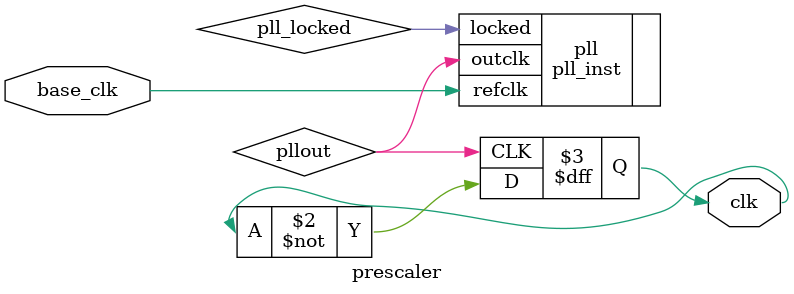
<source format=sv>
module prescaler (
    input logic base_clk,       // Assumig 100MHz

    output logic clk,           // 4.2MHz
);

    logic pllout;
    logic pll_locked;

    pll_inst pll (
        .refclk(base_clk),      // Input clock
        .outclk(pllout),        // Output clock from PLL
        .locked(pll_locked)     // Locked signal from PLL
    );

    always_ff @(posedge pllout) begin
        clk <= ~clk;            // force to clock when pllout up
    end
endmodule

</source>
